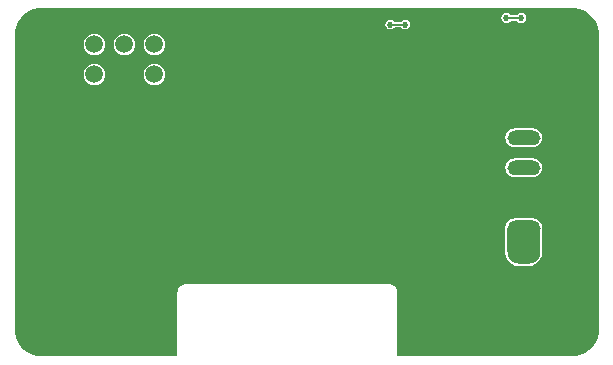
<source format=gbl>
G04 Layer_Physical_Order=2*
G04 Layer_Color=16711680*
%FSAX44Y44*%
%MOMM*%
G71*
G01*
G75*
%ADD22C,0.1270*%
G04:AMPARAMS|DCode=26|XSize=1.27mm|YSize=2.8mm|CornerRadius=0.635mm|HoleSize=0mm|Usage=FLASHONLY|Rotation=90.000|XOffset=0mm|YOffset=0mm|HoleType=Round|Shape=RoundedRectangle|*
%AMROUNDEDRECTD26*
21,1,1.2700,1.5300,0,0,90.0*
21,1,0.0000,2.8000,0,0,90.0*
1,1,1.2700,0.7650,0.0000*
1,1,1.2700,0.7650,0.0000*
1,1,1.2700,-0.7650,0.0000*
1,1,1.2700,-0.7650,0.0000*
%
%ADD26ROUNDEDRECTD26*%
G04:AMPARAMS|DCode=27|XSize=1.27mm|YSize=2.8mm|CornerRadius=0.1588mm|HoleSize=0mm|Usage=FLASHONLY|Rotation=90.000|XOffset=0mm|YOffset=0mm|HoleType=Round|Shape=RoundedRectangle|*
%AMROUNDEDRECTD27*
21,1,1.2700,2.4825,0,0,90.0*
21,1,0.9525,2.8000,0,0,90.0*
1,1,0.3175,1.2412,0.4763*
1,1,0.3175,1.2412,-0.4763*
1,1,0.3175,-1.2412,-0.4763*
1,1,0.3175,-1.2412,0.4763*
%
%ADD27ROUNDEDRECTD27*%
%ADD28O,2.8000X2.0000*%
%ADD29C,1.5000*%
%ADD30O,3.0000X2.0000*%
%ADD31C,3.2000*%
%ADD32C,0.7620*%
%ADD33C,0.5250*%
G36*
X10874974Y10841410D02*
X10877181D01*
X10881511Y10840549D01*
X10885590Y10838860D01*
X10889260Y10836407D01*
X10892382Y10833286D01*
X10894834Y10829615D01*
X10896523Y10825537D01*
X10897385Y10821207D01*
Y10819000D01*
X10897385Y10569000D01*
Y10566793D01*
X10896523Y10562463D01*
X10894834Y10558385D01*
X10892382Y10554714D01*
X10889260Y10551593D01*
X10885590Y10549141D01*
X10881511Y10547451D01*
X10877181Y10546589D01*
X10874974Y10546589D01*
X10726589D01*
Y10600758D01*
X10726565Y10600884D01*
X10726577Y10601012D01*
X10726495Y10601838D01*
X10726385Y10602202D01*
X10726311Y10602576D01*
X10725677Y10604104D01*
X10725303Y10604666D01*
X10725117Y10604944D01*
X10723947Y10606115D01*
X10723947Y10606115D01*
X10723947Y10606115D01*
X10723668Y10606300D01*
X10723107Y10606676D01*
X10723107Y10606676D01*
X10721578Y10607308D01*
X10721208Y10607382D01*
X10720848Y10607493D01*
X10720022Y10607577D01*
X10719890Y10607563D01*
X10719760Y10607589D01*
X10547245Y10607589D01*
X10547119Y10607565D01*
X10546991Y10607577D01*
X10546163Y10607495D01*
X10545798Y10607385D01*
X10545426Y10607311D01*
X10543895Y10606677D01*
X10543055Y10606116D01*
X10541885Y10604945D01*
X10541885Y10604945D01*
X10541885Y10604945D01*
X10541511Y10604387D01*
X10541323Y10604104D01*
Y10604104D01*
X10541323Y10604104D01*
X10540690Y10602574D01*
X10540615Y10602201D01*
X10540504Y10601837D01*
X10540422Y10601008D01*
X10540436Y10600881D01*
X10540410Y10600754D01*
Y10546589D01*
X10422793D01*
X10418463Y10547451D01*
X10414385Y10549141D01*
X10410714Y10551593D01*
X10407593Y10554714D01*
X10405140Y10558385D01*
X10403451Y10562463D01*
X10402589Y10566793D01*
Y10569000D01*
Y10819000D01*
Y10821207D01*
X10403451Y10825537D01*
X10405140Y10829615D01*
X10407593Y10833286D01*
X10410714Y10836407D01*
X10414385Y10838860D01*
X10418463Y10840549D01*
X10422793Y10841410D01*
X10425000D01*
X10874974Y10841410D01*
D02*
G37*
%LPC*%
G36*
X10831500Y10837230D02*
X10829882Y10836908D01*
X10828508Y10835991D01*
X10827981Y10835201D01*
X10822520D01*
X10821991Y10835991D01*
X10820619Y10836908D01*
X10819000Y10837230D01*
X10817382Y10836908D01*
X10816008Y10835991D01*
X10815092Y10834619D01*
X10814769Y10833000D01*
X10815092Y10831381D01*
X10816008Y10830009D01*
X10817382Y10829092D01*
X10819000Y10828770D01*
X10820619Y10829092D01*
X10821991Y10830009D01*
X10822520Y10830798D01*
X10827981D01*
X10828508Y10830009D01*
X10829882Y10829092D01*
X10831500Y10828770D01*
X10833119Y10829092D01*
X10834491Y10830009D01*
X10835408Y10831381D01*
X10835730Y10833000D01*
X10835408Y10834619D01*
X10834491Y10835991D01*
X10833119Y10836908D01*
X10831500Y10837230D01*
D02*
G37*
G36*
X10733250Y10831730D02*
X10731631Y10831409D01*
X10730259Y10830491D01*
X10729731Y10829701D01*
X10724269D01*
X10723741Y10830491D01*
X10722369Y10831409D01*
X10720750Y10831730D01*
X10719131Y10831409D01*
X10717759Y10830491D01*
X10716842Y10829119D01*
X10716520Y10827500D01*
X10716842Y10825881D01*
X10717759Y10824509D01*
X10719131Y10823591D01*
X10720750Y10823270D01*
X10722369Y10823591D01*
X10723741Y10824509D01*
X10724269Y10825299D01*
X10729731D01*
X10730259Y10824509D01*
X10731631Y10823591D01*
X10733250Y10823270D01*
X10734869Y10823591D01*
X10736241Y10824509D01*
X10737158Y10825881D01*
X10737480Y10827500D01*
X10737158Y10829119D01*
X10736241Y10830491D01*
X10734869Y10831409D01*
X10733250Y10831730D01*
D02*
G37*
G36*
X10520934Y10819702D02*
X10518578Y10819392D01*
X10516383Y10818483D01*
X10514498Y10817036D01*
X10513052Y10815151D01*
X10512142Y10812955D01*
X10511832Y10810601D01*
X10512142Y10808245D01*
X10513052Y10806049D01*
X10514498Y10804164D01*
X10516383Y10802717D01*
X10518578Y10801808D01*
X10520934Y10801498D01*
X10523290Y10801808D01*
X10525485Y10802717D01*
X10527371Y10804164D01*
X10528816Y10806049D01*
X10529725Y10808245D01*
X10530035Y10810601D01*
X10529725Y10812955D01*
X10528816Y10815151D01*
X10527371Y10817036D01*
X10525485Y10818483D01*
X10523290Y10819392D01*
X10520934Y10819702D01*
D02*
G37*
G36*
X10495533D02*
X10493179Y10819392D01*
X10490983Y10818483D01*
X10489098Y10817036D01*
X10487651Y10815151D01*
X10486742Y10812955D01*
X10486432Y10810601D01*
X10486742Y10808245D01*
X10487651Y10806049D01*
X10489098Y10804164D01*
X10490983Y10802717D01*
X10493179Y10801808D01*
X10495533Y10801498D01*
X10497889Y10801808D01*
X10500085Y10802717D01*
X10501970Y10804164D01*
X10503417Y10806049D01*
X10504326Y10808245D01*
X10504636Y10810601D01*
X10504326Y10812955D01*
X10503417Y10815151D01*
X10501970Y10817036D01*
X10500085Y10818483D01*
X10497889Y10819392D01*
X10495533Y10819702D01*
D02*
G37*
G36*
X10470134D02*
X10467778Y10819392D01*
X10465583Y10818483D01*
X10463698Y10817036D01*
X10462252Y10815151D01*
X10461343Y10812955D01*
X10461031Y10810601D01*
X10461343Y10808245D01*
X10462252Y10806049D01*
X10463698Y10804164D01*
X10465583Y10802717D01*
X10467778Y10801808D01*
X10470134Y10801498D01*
X10472490Y10801808D01*
X10474685Y10802717D01*
X10476570Y10804164D01*
X10478016Y10806049D01*
X10478926Y10808245D01*
X10479236Y10810601D01*
X10478926Y10812955D01*
X10478016Y10815151D01*
X10476570Y10817036D01*
X10474685Y10818483D01*
X10472490Y10819392D01*
X10470134Y10819702D01*
D02*
G37*
G36*
X10520934Y10794302D02*
X10518578Y10793992D01*
X10516383Y10793082D01*
X10514498Y10791636D01*
X10513052Y10789751D01*
X10512142Y10787556D01*
X10511832Y10785200D01*
X10512142Y10782844D01*
X10513052Y10780649D01*
X10514498Y10778763D01*
X10516383Y10777318D01*
X10518578Y10776409D01*
X10520934Y10776099D01*
X10523290Y10776409D01*
X10525485Y10777318D01*
X10527371Y10778763D01*
X10528816Y10780649D01*
X10529725Y10782844D01*
X10530035Y10785200D01*
X10529725Y10787556D01*
X10528816Y10789751D01*
X10527371Y10791636D01*
X10525485Y10793082D01*
X10523290Y10793992D01*
X10520934Y10794302D01*
D02*
G37*
G36*
X10470134D02*
X10467778Y10793992D01*
X10465583Y10793082D01*
X10463698Y10791636D01*
X10462252Y10789751D01*
X10461343Y10787556D01*
X10461031Y10785200D01*
X10461343Y10782844D01*
X10462252Y10780649D01*
X10463698Y10778763D01*
X10465583Y10777318D01*
X10467778Y10776409D01*
X10470134Y10776099D01*
X10472490Y10776409D01*
X10474685Y10777318D01*
X10476570Y10778763D01*
X10478016Y10780649D01*
X10478926Y10782844D01*
X10479236Y10785200D01*
X10478926Y10787556D01*
X10478016Y10789751D01*
X10476570Y10791636D01*
X10474685Y10793082D01*
X10472490Y10793992D01*
X10470134Y10794302D01*
D02*
G37*
G36*
X10841182Y10739713D02*
X10825881D01*
X10823826Y10739442D01*
X10821910Y10738649D01*
X10820266Y10737386D01*
X10819004Y10735742D01*
X10818210Y10733827D01*
X10817939Y10731771D01*
X10818210Y10729716D01*
X10819004Y10727800D01*
X10820266Y10726156D01*
X10821910Y10724894D01*
X10823826Y10724100D01*
X10825881Y10723829D01*
X10841182D01*
X10843237Y10724100D01*
X10845153Y10724894D01*
X10846797Y10726156D01*
X10848059Y10727800D01*
X10848853Y10729716D01*
X10849124Y10731771D01*
X10848853Y10733827D01*
X10848059Y10735742D01*
X10846797Y10737386D01*
X10845153Y10738649D01*
X10843237Y10739442D01*
X10841182Y10739713D01*
D02*
G37*
G36*
Y10714313D02*
X10825881D01*
X10823826Y10714043D01*
X10821910Y10713250D01*
X10820266Y10711987D01*
X10819004Y10710342D01*
X10818210Y10708427D01*
X10817939Y10706371D01*
X10818210Y10704315D01*
X10819004Y10702400D01*
X10820266Y10700756D01*
X10821910Y10699493D01*
X10823826Y10698700D01*
X10825881Y10698429D01*
X10841182D01*
X10843237Y10698700D01*
X10845153Y10699493D01*
X10846797Y10700756D01*
X10848059Y10702400D01*
X10848853Y10704315D01*
X10849124Y10706371D01*
X10848853Y10708427D01*
X10848059Y10710342D01*
X10846797Y10711987D01*
X10845153Y10713250D01*
X10843237Y10714043D01*
X10841182Y10714313D01*
D02*
G37*
G36*
Y10663513D02*
X10825881D01*
X10823826Y10663242D01*
X10821910Y10662449D01*
X10820266Y10661187D01*
X10819004Y10659542D01*
X10818210Y10657627D01*
X10817982Y10655895D01*
X10817848Y10655571D01*
Y10634647D01*
X10817936Y10634435D01*
X10818304Y10631638D01*
X10819465Y10628835D01*
X10821312Y10626428D01*
X10823719Y10624580D01*
X10826523Y10623419D01*
X10829531Y10623024D01*
X10837532D01*
X10840540Y10623419D01*
X10843344Y10624580D01*
X10845751Y10626428D01*
X10847598Y10628835D01*
X10848759Y10631638D01*
X10849127Y10634435D01*
X10849215Y10634647D01*
Y10655571D01*
X10849081Y10655895D01*
X10848853Y10657627D01*
X10848059Y10659542D01*
X10846797Y10661187D01*
X10845153Y10662449D01*
X10843237Y10663242D01*
X10841182Y10663513D01*
D02*
G37*
%LPD*%
G36*
X10847566Y10634647D02*
X10819498D01*
Y10655571D01*
X10847566D01*
Y10634647D01*
D02*
G37*
D22*
X10819000Y10833000D02*
X10831500D01*
X10720750Y10827500D02*
X10733250D01*
D26*
X10833531Y10655571D02*
D03*
Y10706371D02*
D03*
Y10731771D02*
D03*
D27*
Y10680972D02*
D03*
D28*
Y10601627D02*
D03*
Y10634647D02*
D03*
D29*
X10520934Y10810601D02*
D03*
X10495533D02*
D03*
X10470134D02*
D03*
Y10785200D02*
D03*
X10495533D02*
D03*
X10520934D02*
D03*
D30*
X10425000Y10734000D02*
D03*
Y10654000D02*
D03*
X10874974D02*
D03*
Y10734000D02*
D03*
D31*
Y10819000D02*
D03*
X10425000D02*
D03*
Y10569000D02*
D03*
X10874974D02*
D03*
D32*
X10805000Y10825835D02*
D03*
X10735000Y10681750D02*
D03*
X10471000Y10740750D02*
D03*
X10713466Y10620100D02*
D03*
X10553446D02*
D03*
X10733278D02*
D03*
X10652526Y10704342D02*
D03*
Y10686053D02*
D03*
X10634238Y10704342D02*
D03*
Y10686053D02*
D03*
X10670814D02*
D03*
Y10704342D02*
D03*
X10615950Y10686053D02*
D03*
Y10704342D02*
D03*
X10634238Y10722885D02*
D03*
X10652526D02*
D03*
Y10668020D02*
D03*
X10634238D02*
D03*
X10759222Y10681750D02*
D03*
X10690250Y10789500D02*
D03*
X10735500Y10819750D02*
D03*
D33*
X10819000Y10833000D02*
D03*
X10831500D02*
D03*
X10733250Y10827500D02*
D03*
X10720750D02*
D03*
M02*

</source>
